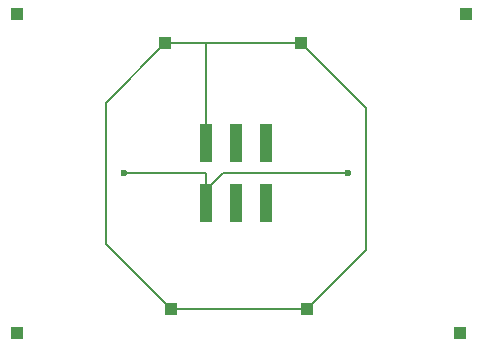
<source format=gbr>
%TF.GenerationSoftware,KiCad,Pcbnew,8.0.8*%
%TF.CreationDate,2025-04-07T01:24:50-03:00*%
%TF.ProjectId,Sao_Bomb,53616f5f-426f-46d6-922e-6b696361645f,rev?*%
%TF.SameCoordinates,Original*%
%TF.FileFunction,Copper,L2,Bot*%
%TF.FilePolarity,Positive*%
%FSLAX46Y46*%
G04 Gerber Fmt 4.6, Leading zero omitted, Abs format (unit mm)*
G04 Created by KiCad (PCBNEW 8.0.8) date 2025-04-07 01:24:50*
%MOMM*%
%LPD*%
G01*
G04 APERTURE LIST*
%TA.AperFunction,ComponentPad*%
%ADD10R,1.000000X1.000000*%
%TD*%
%TA.AperFunction,SMDPad,CuDef*%
%ADD11R,1.041400X3.200400*%
%TD*%
%TA.AperFunction,ViaPad*%
%ADD12C,0.600000*%
%TD*%
%TA.AperFunction,Conductor*%
%ADD13C,0.200000*%
%TD*%
G04 APERTURE END LIST*
D10*
%TO.P,J3,1,Pin_1*%
%TO.N,Net-(J3-Pin_1)*%
X130500000Y-82500000D03*
%TD*%
%TO.P,J7,1,Pin_1*%
%TO.N,Net-(J7-Pin_1)*%
X168500000Y-82500000D03*
%TD*%
%TO.P,J8,1,Pin_1*%
%TO.N,+3V3*%
X155000000Y-107500000D03*
%TD*%
%TO.P,J2,1,Pin_1*%
%TO.N,+3V3*%
X143000000Y-85000000D03*
%TD*%
%TO.P,J9,1,Pin_1*%
%TO.N,Net-(J9-Pin_1)*%
X168000000Y-109500000D03*
%TD*%
%TO.P,J4,1,Pin_1*%
%TO.N,+3V3*%
X154500000Y-85000000D03*
%TD*%
%TO.P,J6,1,Pin_1*%
%TO.N,+3V3*%
X143500000Y-107500000D03*
%TD*%
%TO.P,J5,1,Pin_1*%
%TO.N,Net-(J5-Pin_1)*%
X130500000Y-109500000D03*
%TD*%
D11*
%TO.P,J1,1,GPIO1*%
%TO.N,unconnected-(J1-GPIO1-Pad1)*%
X151540000Y-93450002D03*
%TO.P,J1,2,GPIO2*%
%TO.N,unconnected-(J1-GPIO2-Pad2)*%
X151540000Y-98500000D03*
%TO.P,J1,3,SDA*%
%TO.N,unconnected-(J1-SDA-Pad3)*%
X149000000Y-93450002D03*
%TO.P,J1,4,SCL*%
%TO.N,unconnected-(J1-SCL-Pad4)*%
X149000000Y-98500000D03*
%TO.P,J1,5,3V3*%
%TO.N,+3V3*%
X146460000Y-93450002D03*
%TO.P,J1,6,GND*%
%TO.N,GND*%
X146460000Y-98500000D03*
%TD*%
D12*
%TO.N,GND*%
X158500000Y-96000000D03*
X139500000Y-96000000D03*
%TD*%
D13*
%TO.N,GND*%
X139500000Y-96000000D02*
X146500000Y-96000000D01*
X147880500Y-96000000D02*
X146460000Y-97420500D01*
X146460000Y-96040000D02*
X146460000Y-98500000D01*
X146460000Y-97420500D02*
X146460000Y-98500000D01*
X158500000Y-96000000D02*
X147880500Y-96000000D01*
X146500000Y-96000000D02*
X146460000Y-96040000D01*
%TO.N,+3V3*%
X143000000Y-85000000D02*
X138000000Y-90000000D01*
X146460000Y-85040000D02*
X146500000Y-85000000D01*
X146500000Y-85000000D02*
X154500000Y-85000000D01*
X160000000Y-90500000D02*
X160000000Y-102500000D01*
X154500000Y-85000000D02*
X160000000Y-90500000D01*
X160000000Y-102500000D02*
X155000000Y-107500000D01*
X138000000Y-102000000D02*
X143500000Y-107500000D01*
X138000000Y-90000000D02*
X138000000Y-102000000D01*
X143000000Y-85000000D02*
X146500000Y-85000000D01*
X146460000Y-93450002D02*
X146460000Y-85040000D01*
X143500000Y-107500000D02*
X155000000Y-107500000D01*
%TD*%
M02*

</source>
